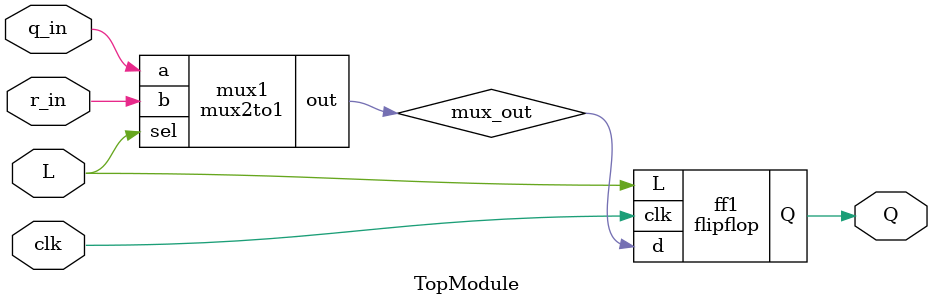
<source format=v>
module flipflop(
    input clk,
    input L,
    input d,
    output reg Q
);

always @(posedge clk) begin
    if (L)
        Q <= d;
end

endmodule

module mux2to1(
    input a,
    input b,
    input sel,
    output out
);

assign out = (sel) ? b : a;

endmodule

module TopModule(
    input clk,
    input L,
    input q_in,
    input r_in,
    output Q
);

wire mux_out;

mux2to1 mux1(
    .a(q_in),
    .b(r_in),
    .sel(L),
    .out(mux_out)
);

flipflop ff1(
    .clk(clk),
    .L(L),
    .d(mux_out),
    .Q(Q)
);

endmodule

</source>
